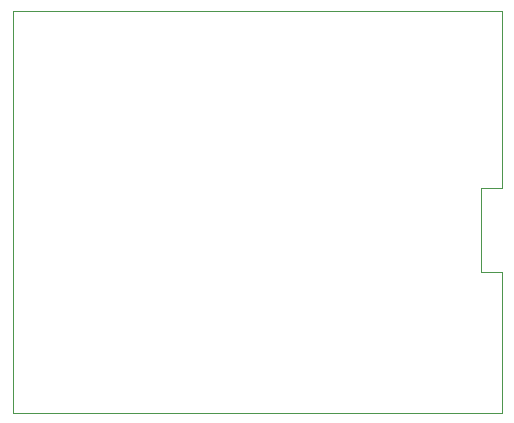
<source format=gbr>
%TF.GenerationSoftware,KiCad,Pcbnew,(6.0.2)*%
%TF.CreationDate,2022-03-07T06:31:50-05:00*%
%TF.ProjectId,ferrous_slime,66657272-6f75-4735-9f73-6c696d652e6b,rev?*%
%TF.SameCoordinates,Original*%
%TF.FileFunction,Profile,NP*%
%FSLAX46Y46*%
G04 Gerber Fmt 4.6, Leading zero omitted, Abs format (unit mm)*
G04 Created by KiCad (PCBNEW (6.0.2)) date 2022-03-07 06:31:50*
%MOMM*%
%LPD*%
G01*
G04 APERTURE LIST*
%TA.AperFunction,Profile*%
%ADD10C,0.050000*%
%TD*%
G04 APERTURE END LIST*
D10*
X97028000Y-44905000D02*
X95250000Y-44905000D01*
X95250000Y-44905000D02*
X95250000Y-52017000D01*
X95250000Y-52017000D02*
X97028000Y-52017000D01*
X97028000Y-52017000D02*
X97028000Y-63955000D01*
X97028000Y-63955000D02*
X55626000Y-63955000D01*
X55626000Y-63955000D02*
X55626000Y-29919000D01*
X55626000Y-29919000D02*
X67310000Y-29919000D01*
X67310000Y-29919000D02*
X80772000Y-29919000D01*
X80772000Y-29919000D02*
X97028000Y-29919000D01*
X97028000Y-29919000D02*
X97028000Y-44905000D01*
M02*

</source>
